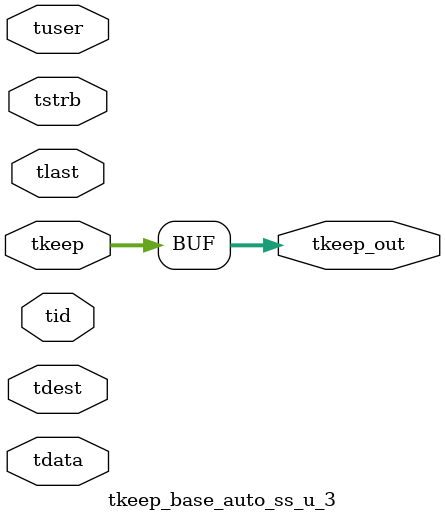
<source format=v>


`timescale 1ps/1ps

module tkeep_base_auto_ss_u_3 #
(
parameter C_S_AXIS_TDATA_WIDTH = 32,
parameter C_S_AXIS_TUSER_WIDTH = 0,
parameter C_S_AXIS_TID_WIDTH   = 0,
parameter C_S_AXIS_TDEST_WIDTH = 0,
parameter C_M_AXIS_TDATA_WIDTH = 32
)
(
input  [(C_S_AXIS_TDATA_WIDTH == 0 ? 1 : C_S_AXIS_TDATA_WIDTH)-1:0     ] tdata,
input  [(C_S_AXIS_TUSER_WIDTH == 0 ? 1 : C_S_AXIS_TUSER_WIDTH)-1:0     ] tuser,
input  [(C_S_AXIS_TID_WIDTH   == 0 ? 1 : C_S_AXIS_TID_WIDTH)-1:0       ] tid,
input  [(C_S_AXIS_TDEST_WIDTH == 0 ? 1 : C_S_AXIS_TDEST_WIDTH)-1:0     ] tdest,
input  [(C_S_AXIS_TDATA_WIDTH/8)-1:0 ] tkeep,
input  [(C_S_AXIS_TDATA_WIDTH/8)-1:0 ] tstrb,
input                                                                    tlast,
output [(C_M_AXIS_TDATA_WIDTH/8)-1:0 ] tkeep_out
);

assign tkeep_out = {tkeep[3:0]};

endmodule


</source>
